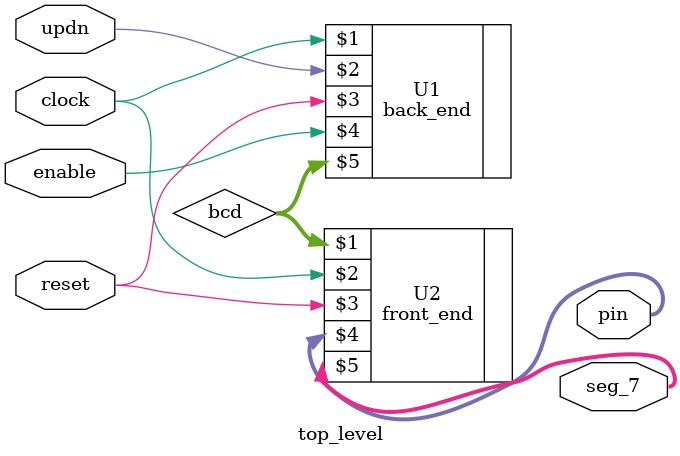
<source format=v>

module top_level
#(parameter BIT_COUNT = 12)(
	input clock,
	input updn,
	input reset,
	input enable,
	output wire [6:0]seg_7,
	output wire [3:0]pin 
);


//-----------------------------------------------------------
// Signal Declarations: wire
//-----------------------------------------------------------

	wire [15 : 0] bcd;
	

	back_end #(12)U1(clock, updn, reset, enable, bcd);
	
	front_end U2(bcd, clock, reset, pin, seg_7);


endmodule



</source>
